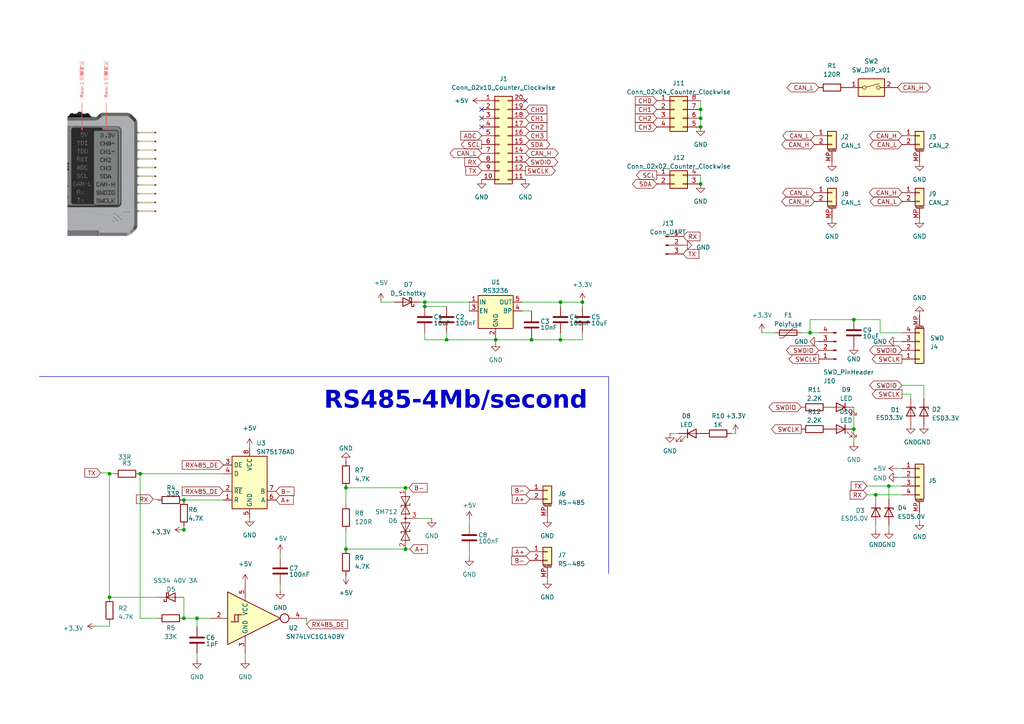
<source format=kicad_sch>
(kicad_sch (version 20230121) (generator eeschema)
  (paper "A4")
  (lib_symbols
    (symbol "74xGxx:SN74LVC1G14DBV"
      (property "Reference" "U" (at -5.08 10.16 0))
      (property "Value" "SN74LVC1G14DBV" (at 20.32 10.16 0))
      (symbol "SN74LVC1G14DBV_0_1"
        (polyline (pts (xy -2.032 1.016) (xy -1.016 1.016)) (stroke (width 0.254)) (fill (type background)))
        (polyline (pts (xy -5.08 7.62) (xy -5.08 -7.62) (xy 10.16 0) (xy -5.08 7.62)) (stroke (width 0.254)) (fill (type background)))
        (polyline (pts (xy -3.048 -1.016) (xy -3.048 1.016) (xy -2.032 1.016) (xy -2.032 -1.016) (xy -4.064 -1.016)) (stroke (width 0.254)) (fill (type background)))
        (circle (center 11.43 0) (radius 1.27) (stroke (width 0.254)))
      )
      (symbol "SN74LVC1G14DBV_1_1"
        (pin no_connect line (at 10.16 0 180) (length 5.08) hide (name "NC") (number "1"))
        (pin input line (at -10.16 0 0) (length 5.08) (name "~") (number "2"))
        (pin power_in line (at 0 -10.16 90) (length 5.08) (name "GND") (number "3"))
        (pin output line (at 17.78 0 180) (length 5.08) (name "~") (number "4"))
        (pin power_in line (at 0 10.16 270) (length 5.08) (name "VCC") (number "5"))
      )
    )
    (symbol "Connector:Conn_01x03_Pin" (pin_names (offset 1.016) hide)
      (property "Reference" "J" (at 0 5.08 0))
      (property "Value" "Conn_01x03_Pin" (at 0 -5.08 0))
      (symbol "Conn_01x03_Pin_1_1"
        (polyline (pts (xy 1.27 -2.54) (xy 0.8636 -2.54)) (stroke (width 0.1524)))
        (polyline (pts (xy 1.27 0) (xy 0.8636 0)) (stroke (width 0.1524)))
        (polyline (pts (xy 1.27 2.54) (xy 0.8636 2.54)) (stroke (width 0.1524)))
        (rectangle (start 0.8636 -2.413) (end 0 -2.667) (stroke (width 0.1524)) (fill (type outline)))
        (rectangle (start 0.8636 0.127) (end 0 -0.127) (stroke (width 0.1524)) (fill (type outline)))
        (rectangle (start 0.8636 2.667) (end 0 2.413) (stroke (width 0.1524)) (fill (type outline)))
        (pin passive line (at 5.08 2.54 180) (length 3.81) (name "Pin_1") (number "1"))
        (pin passive line (at 5.08 0 180) (length 3.81) (name "Pin_2") (number "2"))
        (pin passive line (at 5.08 -2.54 180) (length 3.81) (name "Pin_3") (number "3"))
      )
    )
    (symbol "Connector:Conn_01x04_Pin" (pin_names (offset 1.016) hide)
      (property "Reference" "J" (at 0 5.08 0))
      (property "Value" "Conn_01x04_Pin" (at 0 -7.62 0))
      (symbol "Conn_01x04_Pin_1_1"
        (polyline (pts (xy 1.27 -5.08) (xy 0.8636 -5.08)) (stroke (width 0.1524)))
        (polyline (pts (xy 1.27 -2.54) (xy 0.8636 -2.54)) (stroke (width 0.1524)))
        (polyline (pts (xy 1.27 0) (xy 0.8636 0)) (stroke (width 0.1524)))
        (polyline (pts (xy 1.27 2.54) (xy 0.8636 2.54)) (stroke (width 0.1524)))
        (rectangle (start 0.8636 -4.953) (end 0 -5.207) (stroke (width 0.1524)) (fill (type outline)))
        (rectangle (start 0.8636 -2.413) (end 0 -2.667) (stroke (width 0.1524)) (fill (type outline)))
        (rectangle (start 0.8636 0.127) (end 0 -0.127) (stroke (width 0.1524)) (fill (type outline)))
        (rectangle (start 0.8636 2.667) (end 0 2.413) (stroke (width 0.1524)) (fill (type outline)))
        (pin passive line (at 5.08 2.54 180) (length 3.81) (name "Pin_1") (number "1"))
        (pin passive line (at 5.08 0 180) (length 3.81) (name "Pin_2") (number "2"))
        (pin passive line (at 5.08 -2.54 180) (length 3.81) (name "Pin_3") (number "3"))
        (pin passive line (at 5.08 -5.08 180) (length 3.81) (name "Pin_4") (number "4"))
      )
    )
    (symbol "Connector_Generic:Conn_02x02_Counter_Clockwise" (pin_names (offset 1.016) hide)
      (property "Reference" "J" (at 1.27 2.54 0))
      (property "Value" "Conn_02x02_Counter_Clockwise" (at 1.27 -5.08 0))
      (symbol "Conn_02x02_Counter_Clockwise_1_1"
        (rectangle (start -1.27 -2.413) (end 0 -2.667) (stroke (width 0.1524)))
        (rectangle (start -1.27 0.127) (end 0 -0.127) (stroke (width 0.1524)))
        (rectangle (start -1.27 1.27) (end 3.81 -3.81) (stroke (width 0.254)) (fill (type background)))
        (rectangle (start 3.81 -2.413) (end 2.54 -2.667) (stroke (width 0.1524)))
        (rectangle (start 3.81 0.127) (end 2.54 -0.127) (stroke (width 0.1524)))
        (pin passive line (at -5.08 0 0) (length 3.81) (name "Pin_1") (number "1"))
        (pin passive line (at -5.08 -2.54 0) (length 3.81) (name "Pin_2") (number "2"))
        (pin passive line (at 7.62 -2.54 180) (length 3.81) (name "Pin_3") (number "3"))
        (pin passive line (at 7.62 0 180) (length 3.81) (name "Pin_4") (number "4"))
      )
    )
    (symbol "Connector_Generic:Conn_02x04_Counter_Clockwise" (pin_names (offset 1.016) hide)
      (property "Reference" "J" (at 1.27 5.08 0))
      (property "Value" "Conn_02x04_Counter_Clockwise" (at 1.27 -7.62 0))
      (symbol "Conn_02x04_Counter_Clockwise_1_1"
        (rectangle (start -1.27 -4.953) (end 0 -5.207) (stroke (width 0.1524)))
        (rectangle (start -1.27 -2.413) (end 0 -2.667) (stroke (width 0.1524)))
        (rectangle (start -1.27 0.127) (end 0 -0.127) (stroke (width 0.1524)))
        (rectangle (start -1.27 2.667) (end 0 2.413) (stroke (width 0.1524)))
        (rectangle (start -1.27 3.81) (end 3.81 -6.35) (stroke (width 0.254)) (fill (type background)))
        (rectangle (start 3.81 -4.953) (end 2.54 -5.207) (stroke (width 0.1524)))
        (rectangle (start 3.81 -2.413) (end 2.54 -2.667) (stroke (width 0.1524)))
        (rectangle (start 3.81 0.127) (end 2.54 -0.127) (stroke (width 0.1524)))
        (rectangle (start 3.81 2.667) (end 2.54 2.413) (stroke (width 0.1524)))
        (pin passive line (at -5.08 2.54 0) (length 3.81) (name "Pin_1") (number "1"))
        (pin passive line (at -5.08 0 0) (length 3.81) (name "Pin_2") (number "2"))
        (pin passive line (at -5.08 -2.54 0) (length 3.81) (name "Pin_3") (number "3"))
        (pin passive line (at -5.08 -5.08 0) (length 3.81) (name "Pin_4") (number "4"))
        (pin passive line (at 7.62 -5.08 180) (length 3.81) (name "Pin_5") (number "5"))
        (pin passive line (at 7.62 -2.54 180) (length 3.81) (name "Pin_6") (number "6"))
        (pin passive line (at 7.62 0 180) (length 3.81) (name "Pin_7") (number "7"))
        (pin passive line (at 7.62 2.54 180) (length 3.81) (name "Pin_8") (number "8"))
      )
    )
    (symbol "Connector_Generic:Conn_02x10_Counter_Clockwise" (pin_names (offset 1.016) hide)
      (property "Reference" "J" (at 1.27 12.7 0))
      (property "Value" "Conn_02x10_Counter_Clockwise" (at 1.27 -15.24 0))
      (symbol "Conn_02x10_Counter_Clockwise_1_1"
        (rectangle (start -1.27 -12.573) (end 0 -12.827) (stroke (width 0.1524)))
        (rectangle (start -1.27 -10.033) (end 0 -10.287) (stroke (width 0.1524)))
        (rectangle (start -1.27 -7.493) (end 0 -7.747) (stroke (width 0.1524)))
        (rectangle (start -1.27 -4.953) (end 0 -5.207) (stroke (width 0.1524)))
        (rectangle (start -1.27 -2.413) (end 0 -2.667) (stroke (width 0.1524)))
        (rectangle (start -1.27 0.127) (end 0 -0.127) (stroke (width 0.1524)))
        (rectangle (start -1.27 2.667) (end 0 2.413) (stroke (width 0.1524)))
        (rectangle (start -1.27 5.207) (end 0 4.953) (stroke (width 0.1524)))
        (rectangle (start -1.27 7.747) (end 0 7.493) (stroke (width 0.1524)))
        (rectangle (start -1.27 10.287) (end 0 10.033) (stroke (width 0.1524)))
        (rectangle (start -1.27 11.43) (end 3.81 -13.97) (stroke (width 0.254)) (fill (type background)))
        (rectangle (start 3.81 -12.573) (end 2.54 -12.827) (stroke (width 0.1524)))
        (rectangle (start 3.81 -10.033) (end 2.54 -10.287) (stroke (width 0.1524)))
        (rectangle (start 3.81 -7.493) (end 2.54 -7.747) (stroke (width 0.1524)))
        (rectangle (start 3.81 -4.953) (end 2.54 -5.207) (stroke (width 0.1524)))
        (rectangle (start 3.81 -2.413) (end 2.54 -2.667) (stroke (width 0.1524)))
        (rectangle (start 3.81 0.127) (end 2.54 -0.127) (stroke (width 0.1524)))
        (rectangle (start 3.81 2.667) (end 2.54 2.413) (stroke (width 0.1524)))
        (rectangle (start 3.81 5.207) (end 2.54 4.953) (stroke (width 0.1524)))
        (rectangle (start 3.81 7.747) (end 2.54 7.493) (stroke (width 0.1524)))
        (rectangle (start 3.81 10.287) (end 2.54 10.033) (stroke (width 0.1524)))
        (pin passive line (at -5.08 10.16 0) (length 3.81) (name "Pin_1") (number "1"))
        (pin passive line (at -5.08 -12.7 0) (length 3.81) (name "Pin_10") (number "10"))
        (pin passive line (at 7.62 -12.7 180) (length 3.81) (name "Pin_11") (number "11"))
        (pin passive line (at 7.62 -10.16 180) (length 3.81) (name "Pin_12") (number "12"))
        (pin passive line (at 7.62 -7.62 180) (length 3.81) (name "Pin_13") (number "13"))
        (pin passive line (at 7.62 -5.08 180) (length 3.81) (name "Pin_14") (number "14"))
        (pin passive line (at 7.62 -2.54 180) (length 3.81) (name "Pin_15") (number "15"))
        (pin passive line (at 7.62 0 180) (length 3.81) (name "Pin_16") (number "16"))
        (pin passive line (at 7.62 2.54 180) (length 3.81) (name "Pin_17") (number "17"))
        (pin passive line (at 7.62 5.08 180) (length 3.81) (name "Pin_18") (number "18"))
        (pin passive line (at 7.62 7.62 180) (length 3.81) (name "Pin_19") (number "19"))
        (pin passive line (at -5.08 7.62 0) (length 3.81) (name "Pin_2") (number "2"))
        (pin passive line (at 7.62 10.16 180) (length 3.81) (name "Pin_20") (number "20"))
        (pin passive line (at -5.08 5.08 0) (length 3.81) (name "Pin_3") (number "3"))
        (pin passive line (at -5.08 2.54 0) (length 3.81) (name "Pin_4") (number "4"))
        (pin passive line (at -5.08 0 0) (length 3.81) (name "Pin_5") (number "5"))
        (pin passive line (at -5.08 -2.54 0) (length 3.81) (name "Pin_6") (number "6"))
        (pin passive line (at -5.08 -5.08 0) (length 3.81) (name "Pin_7") (number "7"))
        (pin passive line (at -5.08 -7.62 0) (length 3.81) (name "Pin_8") (number "8"))
        (pin passive line (at -5.08 -10.16 0) (length 3.81) (name "Pin_9") (number "9"))
      )
    )
    (symbol "Connector_Generic_MountingPin:Conn_01x02_MountingPin" (pin_names (offset 1.016) hide)
      (property "Reference" "J" (at 0 2.54 0))
      (property "Value" "Conn_01x02_MountingPin" (at 1.27 -5.08 0))
      (symbol "Conn_01x02_MountingPin_1_1"
        (rectangle (start -1.27 -2.413) (end 0 -2.667) (stroke (width 0.1524)))
        (rectangle (start -1.27 0.127) (end 0 -0.127) (stroke (width 0.1524)))
        (rectangle (start -1.27 1.27) (end 1.27 -3.81) (stroke (width 0.254)) (fill (type background)))
        (polyline (pts (xy -1.016 -4.572) (xy 1.016 -4.572)) (stroke (width 0.1524)))
        (text "Mounting" (at 0 -4.191 0) (effects (font (size 0.381 0.381))))
        (pin passive line (at -5.08 0 0) (length 3.81) (name "Pin_1") (number "1"))
        (pin passive line (at -5.08 -2.54 0) (length 3.81) (name "Pin_2") (number "2"))
        (pin passive line (at 0 -7.62 90) (length 3.048) (name "MountPin") (number "MP"))
      )
    )
    (symbol "Connector_Generic_MountingPin:Conn_01x04_MountingPin" (pin_names (offset 1.016) hide)
      (property "Reference" "J" (at 0 5.08 0))
      (property "Value" "Conn_01x04_MountingPin" (at 1.27 -7.62 0))
      (symbol "Conn_01x04_MountingPin_1_1"
        (rectangle (start -1.27 -4.953) (end 0 -5.207) (stroke (width 0.1524)))
        (rectangle (start -1.27 -2.413) (end 0 -2.667) (stroke (width 0.1524)))
        (rectangle (start -1.27 0.127) (end 0 -0.127) (stroke (width 0.1524)))
        (rectangle (start -1.27 2.667) (end 0 2.413) (stroke (width 0.1524)))
        (rectangle (start -1.27 3.81) (end 1.27 -6.35) (stroke (width 0.254)) (fill (type background)))
        (polyline (pts (xy -1.016 -7.112) (xy 1.016 -7.112)) (stroke (width 0.1524)))
        (text "Mounting" (at 0 -6.731 0) (effects (font (size 0.381 0.381))))
        (pin passive line (at -5.08 2.54 0) (length 3.81) (name "Pin_1") (number "1"))
        (pin passive line (at -5.08 0 0) (length 3.81) (name "Pin_2") (number "2"))
        (pin passive line (at -5.08 -2.54 0) (length 3.81) (name "Pin_3") (number "3"))
        (pin passive line (at -5.08 -5.08 0) (length 3.81) (name "Pin_4") (number "4"))
        (pin passive line (at 0 -10.16 90) (length 3.048) (name "MountPin") (number "MP"))
      )
    )
    (symbol "Device:C" (pin_numbers hide) (pin_names (offset 0.254))
      (property "Reference" "C" (at 0.635 2.54 0))
      (property "Value" "C" (at 0.635 -2.54 0))
      (symbol "C_0_1"
        (polyline (pts (xy -2.032 -0.762) (xy 2.032 -0.762)) (stroke (width 0.508)))
        (polyline (pts (xy -2.032 0.762) (xy 2.032 0.762)) (stroke (width 0.508)))
      )
      (symbol "C_1_1"
        (pin passive line (at 0 3.81 270) (length 2.794) (name "~") (number "1"))
        (pin passive line (at 0 -3.81 90) (length 2.794) (name "~") (number "2"))
      )
    )
    (symbol "Device:D_Schottky" (pin_numbers hide) (pin_names (offset 1.016) hide)
      (property "Reference" "D" (at 0 2.54 0))
      (property "Value" "D_Schottky" (at 0 -2.54 0))
      (symbol "D_Schottky_0_1"
        (polyline (pts (xy 1.27 0) (xy -1.27 0)))
        (polyline (pts (xy 1.27 1.27) (xy 1.27 -1.27) (xy -1.27 0) (xy 1.27 1.27)) (stroke (width 0.254)))
        (polyline (pts (xy -1.905 0.635) (xy -1.905 1.27) (xy -1.27 1.27) (xy -1.27 -1.27) (xy -0.635 -1.27) (xy -0.635 -0.635)) (stroke (width 0.254)))
      )
      (symbol "D_Schottky_1_1"
        (pin passive line (at -3.81 0 0) (length 2.54) (name "K") (number "1"))
        (pin passive line (at 3.81 0 180) (length 2.54) (name "A") (number "2"))
      )
    )
    (symbol "Device:LED" (pin_numbers hide) (pin_names (offset 1.016) hide)
      (property "Reference" "D" (at 0 2.54 0))
      (property "Value" "LED" (at 0 -2.54 0))
      (symbol "LED_0_1"
        (polyline (pts (xy -1.27 -1.27) (xy -1.27 1.27)) (stroke (width 0.254)))
        (polyline (pts (xy -1.27 0) (xy 1.27 0)))
        (polyline (pts (xy 1.27 -1.27) (xy 1.27 1.27) (xy -1.27 0) (xy 1.27 -1.27)) (stroke (width 0.254)))
        (polyline (pts (xy -3.048 -0.762) (xy -4.572 -2.286) (xy -3.81 -2.286) (xy -4.572 -2.286) (xy -4.572 -1.524)))
        (polyline (pts (xy -1.778 -0.762) (xy -3.302 -2.286) (xy -2.54 -2.286) (xy -3.302 -2.286) (xy -3.302 -1.524)))
      )
      (symbol "LED_1_1"
        (pin passive line (at -3.81 0 0) (length 2.54) (name "K") (number "1"))
        (pin passive line (at 3.81 0 180) (length 2.54) (name "A") (number "2"))
      )
    )
    (symbol "Device:Polyfuse" (pin_numbers hide) (pin_names (offset 0))
      (property "Reference" "F" (at -2.54 0 90))
      (property "Value" "Polyfuse" (at 2.54 0 90))
      (symbol "Polyfuse_0_1"
        (rectangle (start -0.762 2.54) (end 0.762 -2.54) (stroke (width 0.254)))
        (polyline (pts (xy 0 2.54) (xy 0 -2.54)))
        (polyline (pts (xy -1.524 2.54) (xy -1.524 1.524) (xy 1.524 -1.524) (xy 1.524 -2.54)))
      )
      (symbol "Polyfuse_1_1"
        (pin passive line (at 0 3.81 270) (length 1.27) (name "~") (number "1"))
        (pin passive line (at 0 -3.81 90) (length 1.27) (name "~") (number "2"))
      )
    )
    (symbol "Device:R" (pin_numbers hide) (pin_names (offset 0))
      (property "Reference" "R" (at 2.032 0 90))
      (property "Value" "R" (at 0 0 90))
      (symbol "R_0_1"
        (rectangle (start -1.016 -2.54) (end 1.016 2.54) (stroke (width 0.254)))
      )
      (symbol "R_1_1"
        (pin passive line (at 0 3.81 270) (length 1.27) (name "~") (number "1"))
        (pin passive line (at 0 -3.81 90) (length 1.27) (name "~") (number "2"))
      )
    )
    (symbol "Diode:ESD5Zxx" (pin_numbers hide) (pin_names hide)
      (property "Reference" "D" (at 0 2.54 0))
      (property "Value" "ESD5Zxx" (at 0 -2.54 0))
      (symbol "ESD5Zxx_0_1"
        (polyline (pts (xy 1.27 0) (xy -1.27 0)))
        (polyline (pts (xy -1.27 -1.27) (xy -1.27 1.27) (xy -0.762 1.27)) (stroke (width 0.254)))
        (polyline (pts (xy 1.27 -1.27) (xy 1.27 1.27) (xy -1.27 0) (xy 1.27 -1.27)) (stroke (width 0.254)))
      )
      (symbol "ESD5Zxx_1_1"
        (pin passive line (at -3.81 0 0) (length 2.54) (name "K") (number "1"))
        (pin passive line (at 3.81 0 180) (length 2.54) (name "A") (number "2"))
      )
    )
    (symbol "Diode:SM712_SOT23" (pin_names (offset 1.016) hide)
      (property "Reference" "D" (at 0 4.445 0))
      (property "Value" "SM712_SOT23" (at 0 2.54 0))
      (symbol "SM712_SOT23_0_0"
        (polyline (pts (xy 0 -1.27) (xy 0 0)))
      )
      (symbol "SM712_SOT23_0_1"
        (polyline (pts (xy -6.35 0) (xy 6.35 0)))
        (polyline (pts (xy -3.302 1.27) (xy -3.81 1.27) (xy -3.81 -1.27) (xy -4.318 -1.27)) (stroke (width 0.2032)))
        (polyline (pts (xy 4.318 1.27) (xy 3.81 1.27) (xy 3.81 -1.27) (xy 3.302 -1.27)) (stroke (width 0.2032)))
        (polyline (pts (xy -6.35 -1.27) (xy -1.27 1.27) (xy -1.27 -1.27) (xy -6.35 1.27) (xy -6.35 -1.27)) (stroke (width 0.2032)))
        (polyline (pts (xy 1.27 -1.27) (xy 1.27 1.27) (xy 6.35 -1.27) (xy 6.35 1.27) (xy 1.27 -1.27)) (stroke (width 0.2032)))
        (circle (center 0 0) (radius 0.254) (fill (type outline)))
      )
      (symbol "SM712_SOT23_1_1"
        (pin passive line (at -8.89 0 0) (length 2.54) (name "A1") (number "1"))
        (pin passive line (at 8.89 0 180) (length 2.54) (name "A2") (number "2"))
        (pin input line (at 0 -3.81 90) (length 2.54) (name "common") (number "3"))
      )
    )
    (symbol "Interface_UART:SN75176AD"
      (property "Reference" "U" (at -4.318 8.89 0))
      (property "Value" "SN75176AD" (at 1.016 8.89 0))
      (symbol "SN75176AD_0_1"
        (rectangle (start -5.08 7.62) (end 5.08 -7.62) (stroke (width 0.254)) (fill (type background)))
      )
      (symbol "SN75176AD_1_1"
        (pin output line (at -7.62 -5.08 0) (length 2.54) (name "R") (number "1"))
        (pin input line (at -7.62 -2.54 0) (length 2.54) (name "~{RE}") (number "2"))
        (pin input line (at -7.62 5.08 0) (length 2.54) (name "DE") (number "3"))
        (pin input line (at -7.62 2.54 0) (length 2.54) (name "D") (number "4"))
        (pin power_in line (at 0 -10.16 90) (length 2.54) (name "GND") (number "5"))
        (pin bidirectional line (at 7.62 -5.08 180) (length 2.54) (name "A") (number "6"))
        (pin bidirectional line (at 7.62 -2.54 180) (length 2.54) (name "B") (number "7"))
        (pin power_in line (at 0 10.16 270) (length 2.54) (name "VCC") (number "8"))
      )
    )
    (symbol "Regulator_Linear:LDK130-12_SOT23_SOT353" (pin_names (offset 0.254))
      (property "Reference" "U" (at -3.81 5.715 0))
      (property "Value" "LDK130-12_SOT23_SOT353" (at 0 5.715 0))
      (symbol "LDK130-12_SOT23_SOT353_0_1"
        (rectangle (start -5.08 4.445) (end 5.08 -5.08) (stroke (width 0.254)) (fill (type background)))
      )
      (symbol "LDK130-12_SOT23_SOT353_1_1"
        (pin power_in line (at -7.62 2.54 0) (length 2.54) (name "IN") (number "1"))
        (pin power_in line (at 0 -7.62 90) (length 2.54) (name "GND") (number "2"))
        (pin input line (at -7.62 0 0) (length 2.54) (name "EN") (number "3"))
        (pin passive line (at 7.62 0 180) (length 2.54) (name "BP") (number "4"))
        (pin power_out line (at 7.62 2.54 180) (length 2.54) (name "OUT") (number "5"))
      )
    )
    (symbol "Switch:SW_DIP_x01" (pin_names (offset 0) hide)
      (property "Reference" "SW" (at 0 3.81 0))
      (property "Value" "SW_DIP_x01" (at 0 -3.81 0))
      (symbol "SW_DIP_x01_0_0"
        (circle (center -2.032 0) (radius 0.508))
        (polyline (pts (xy -1.524 0.127) (xy 2.3622 1.1684)))
        (circle (center 2.032 0) (radius 0.508))
      )
      (symbol "SW_DIP_x01_0_1"
        (rectangle (start -3.81 2.54) (end 3.81 -2.54) (stroke (width 0.254)) (fill (type background)))
      )
      (symbol "SW_DIP_x01_1_1"
        (pin passive line (at -7.62 0 0) (length 5.08) (name "~") (number "1"))
        (pin passive line (at 7.62 0 180) (length 5.08) (name "~") (number "2"))
      )
    )
    (symbol "power:+3.3V" (power) (pin_names (offset 0))
      (property "Value" "+3.3V" (at 0 3.556 0))
      (symbol "+3.3V_0_1"
        (polyline (pts (xy -0.762 1.27) (xy 0 2.54)))
        (polyline (pts (xy 0 0) (xy 0 2.54)))
        (polyline (pts (xy 0 2.54) (xy 0.762 1.27)))
      )
      (symbol "+3.3V_1_1"
        (pin power_in line (at 0 0 90) (length 0) hide (name "+3.3V") (number "1"))
      )
    )
    (symbol "power:+5V" (power) (pin_names (offset 0))
      (property "Value" "+5V" (at 0 3.556 0))
      (symbol "+5V_0_1"
        (polyline (pts (xy -0.762 1.27) (xy 0 2.54)))
        (polyline (pts (xy 0 0) (xy 0 2.54)))
        (polyline (pts (xy 0 2.54) (xy 0.762 1.27)))
      )
      (symbol "+5V_1_1"
        (pin power_in line (at 0 0 90) (length 0) hide (name "+5V") (number "1"))
      )
    )
    (symbol "power:GND" (power) (pin_names (offset 0))
      (property "Value" "GND" (at 0 -3.81 0))
      (symbol "GND_0_1"
        (polyline (pts (xy 0 0) (xy 0 -1.27) (xy 1.27 -1.27) (xy 0 -2.54) (xy -1.27 -1.27) (xy 0 -1.27)))
      )
      (symbol "GND_1_1"
        (pin power_in line (at 0 0 270) (length 0) hide (name "GND") (number "1"))
      )
    )
  )
  (junction (at 254 143.51))
  (junction (at 162.56 98.552))
  (junction (at 117.602 159.258))
  (junction (at 168.91 87.63))
  (junction (at 117.602 141.478))
  (junction (at 57.15 179.324))
  (junction (at 53.34 145.034))
  (junction (at 203.2 36.83))
  (junction (at 53.34 179.324))
  (junction (at 129.54 98.552))
  (junction (at 234.95 96.52))
  (junction (at 123.19 87.63))
  (junction (at 203.2 53.34))
  (junction (at 40.64 137.414))
  (junction (at 123.19 88.9))
  (junction (at 257.81 140.97))
  (junction (at 143.764 98.552))
  (junction (at 162.56 87.63))
  (junction (at 154.178 98.552))
  (junction (at 31.75 173.228))
  (junction (at 100.33 141.478))
  (junction (at 247.65 124.46))
  (junction (at 53.34 153.67))
  (junction (at 100.33 159.258))
  (junction (at 247.65 92.71))
  (junction (at 203.2 34.29))
  (junction (at 31.75 137.414))
  (junction (at 203.2 31.75))
  (no_connect (at 152.4 29.21))
  (no_connect (at 139.7 34.29))
  (no_connect (at 139.7 31.75))
  (no_connect (at 139.7 36.83))
  (wire (pts (xy 100.33 141.478) (xy 117.602 141.478)))
  (wire (pts (xy 264.16 115.57) (xy 264.16 114.3)))
  (wire (pts (xy 203.2 29.21) (xy 203.2 31.75)))
  (wire (pts (xy 251.46 143.51) (xy 254 143.51)))
  (wire (pts (xy 260.35 99.06) (xy 261.62 99.06)))
  (wire (pts (xy 136.144 159.766) (xy 136.144 161.544)))
  (wire (pts (xy 266.7 148.59) (xy 266.7 151.13)))
  (wire (pts (xy 31.75 181.61) (xy 31.75 180.848)))
  (wire (pts (xy 257.81 144.78) (xy 257.81 140.97)))
  (wire (pts (xy 40.64 137.414) (xy 40.64 179.324)))
  (wire (pts (xy 57.15 189.484) (xy 57.15 191.262)))
  (wire (pts (xy 154.178 98.552) (xy 162.56 98.552)))
  (wire (pts (xy 123.19 88.9) (xy 129.54 88.9)))
  (wire (pts (xy 247.65 118.11) (xy 247.65 124.46)))
  (wire (pts (xy 31.75 173.228) (xy 45.72 173.228)))
  (polyline (pts (xy 176.53 166.37) (xy 176.53 109.22)))
  (wire (pts (xy 31.75 137.414) (xy 31.75 173.228)))
  (wire (pts (xy 267.97 111.76) (xy 267.97 115.57)))
  (wire (pts (xy 81.28 169.418) (xy 81.28 171.196)))
  (wire (pts (xy 264.16 114.3) (xy 261.62 114.3)))
  (wire (pts (xy 168.91 87.63) (xy 168.91 88.9)))
  (wire (pts (xy 57.15 179.324) (xy 60.96 179.324)))
  (wire (pts (xy 45.72 144.78) (xy 45.72 145.034)))
  (wire (pts (xy 247.65 124.46) (xy 247.65 128.27)))
  (wire (pts (xy 136.144 87.63) (xy 136.144 90.17)))
  (wire (pts (xy 121.412 150.368) (xy 125.222 150.368)))
  (wire (pts (xy 162.56 98.552) (xy 168.91 98.552)))
  (wire (pts (xy 143.764 98.552) (xy 143.764 99.314)))
  (wire (pts (xy 53.34 145.034) (xy 64.77 145.034)))
  (wire (pts (xy 40.64 137.414) (xy 64.77 137.414)))
  (wire (pts (xy 88.9 179.324) (xy 88.9 181.102)))
  (wire (pts (xy 194.31 125.73) (xy 196.85 125.73)))
  (wire (pts (xy 81.28 160.528) (xy 81.28 161.798)))
  (wire (pts (xy 129.54 98.552) (xy 143.764 98.552)))
  (wire (pts (xy 31.75 137.414) (xy 33.02 137.414)))
  (wire (pts (xy 254 153.67) (xy 254 152.4)))
  (wire (pts (xy 162.56 96.52) (xy 162.56 98.552)))
  (wire (pts (xy 123.19 98.552) (xy 129.54 98.552)))
  (wire (pts (xy 212.09 125.73) (xy 213.36 125.73)))
  (wire (pts (xy 27.94 181.61) (xy 31.75 181.61)))
  (wire (pts (xy 254 144.78) (xy 254 143.51)))
  (wire (pts (xy 151.384 90.17) (xy 154.178 90.17)))
  (wire (pts (xy 255.27 92.71) (xy 255.27 96.52)))
  (wire (pts (xy 53.34 173.228) (xy 53.34 179.324)))
  (wire (pts (xy 203.2 34.29) (xy 203.2 36.83)))
  (wire (pts (xy 110.49 87.63) (xy 114.3 87.63)))
  (wire (pts (xy 234.95 96.52) (xy 237.49 96.52)))
  (wire (pts (xy 129.54 96.52) (xy 129.54 98.552)))
  (wire (pts (xy 71.12 189.484) (xy 71.12 191.262)))
  (wire (pts (xy 53.34 153.924) (xy 53.34 153.67)))
  (wire (pts (xy 154.178 90.17) (xy 154.178 90.424)))
  (wire (pts (xy 117.602 159.258) (xy 118.872 159.258)))
  (wire (pts (xy 257.81 153.67) (xy 257.81 152.4)))
  (wire (pts (xy 261.62 135.89) (xy 260.35 135.89)))
  (wire (pts (xy 100.33 141.478) (xy 100.33 146.304)))
  (wire (pts (xy 136.144 150.876) (xy 136.144 152.146)))
  (wire (pts (xy 261.62 138.43) (xy 260.35 138.43)))
  (wire (pts (xy 254 143.51) (xy 261.62 143.51)))
  (wire (pts (xy 143.764 98.552) (xy 154.178 98.552)))
  (wire (pts (xy 257.81 140.97) (xy 261.62 140.97)))
  (wire (pts (xy 100.33 153.924) (xy 100.33 159.258)))
  (wire (pts (xy 31.75 137.16) (xy 31.75 137.414)))
  (wire (pts (xy 234.95 92.71) (xy 234.95 96.52)))
  (wire (pts (xy 261.62 111.76) (xy 267.97 111.76)))
  (wire (pts (xy 100.33 159.258) (xy 117.602 159.258)))
  (wire (pts (xy 123.19 87.63) (xy 123.19 88.9)))
  (wire (pts (xy 247.65 92.71) (xy 234.95 92.71)))
  (wire (pts (xy 57.15 181.864) (xy 57.15 179.324)))
  (wire (pts (xy 203.2 31.75) (xy 203.2 34.29)))
  (wire (pts (xy 53.34 179.324) (xy 57.15 179.324)))
  (wire (pts (xy 151.384 87.63) (xy 162.56 87.63)))
  (wire (pts (xy 123.19 87.63) (xy 136.144 87.63)))
  (polyline (pts (xy 11.43 109.22) (xy 176.53 109.22)))
  (wire (pts (xy 162.56 87.63) (xy 168.91 87.63)))
  (wire (pts (xy 44.45 144.78) (xy 45.72 144.78)))
  (wire (pts (xy 158.75 149.86) (xy 158.75 150.368)))
  (wire (pts (xy 143.764 98.552) (xy 143.764 97.79)))
  (wire (pts (xy 117.602 141.478) (xy 118.618 141.478)))
  (wire (pts (xy 232.41 96.52) (xy 234.95 96.52)))
  (wire (pts (xy 121.92 87.63) (xy 123.19 87.63)))
  (wire (pts (xy 251.46 140.97) (xy 257.81 140.97)))
  (wire (pts (xy 154.178 98.552) (xy 154.178 98.044)))
  (wire (pts (xy 168.91 96.52) (xy 168.91 98.552)))
  (wire (pts (xy 123.19 96.52) (xy 123.19 98.552)))
  (wire (pts (xy 247.65 92.71) (xy 255.27 92.71)))
  (wire (pts (xy 255.27 96.52) (xy 261.62 96.52)))
  (wire (pts (xy 40.64 179.324) (xy 45.72 179.324)))
  (wire (pts (xy 158.75 167.64) (xy 158.75 168.148)))
  (wire (pts (xy 53.34 153.67) (xy 53.34 152.654)))
  (wire (pts (xy 203.2 50.8) (xy 203.2 53.34)))
  (wire (pts (xy 220.98 96.52) (xy 224.79 96.52)))
  (wire (pts (xy 29.21 137.16) (xy 31.75 137.16)))
  (wire (pts (xy 162.56 87.63) (xy 162.56 88.9)))
  (image (at 31.75 46.99) (scale 0.769356))
  (text "RS485-4Mb/second" (at 93.98 120.65 0) (effects (font (size 5.08 5.08) (thickness 0.254) bold) (justify left bottom)))
  (global_label "RX485_DE" (shape input) (at 88.9 181.102 0) (property "Intersheetrefs" "${INTERSHEET_REFS}" (effects hide)))
  (global_label "RX" (shape input) (at 198.12 68.58 0) (property "Intersheetrefs" "${INTERSHEET_REFS}" (effects hide)))
  (global_label "TX" (shape input) (at 139.7 49.53 180) (property "Intersheetrefs" "${INTERSHEET_REFS}" (effects hide)))
  (global_label "SCL" (shape output) (at 139.7 41.91 180) (property "Intersheetrefs" "${INTERSHEET_REFS}" (effects hide)))
  (global_label "CAN_L" (shape bidirectional) (at 261.62 41.91 180) (property "Intersheetrefs" "${INTERSHEET_REFS}" (effects hide)))
  (global_label "CAN_L" (shape bidirectional) (at 139.7 44.45 180) (property "Intersheetrefs" "${INTERSHEET_REFS}" (effects hide)))
  (global_label "TX" (shape input) (at 29.21 137.16 180) (property "Intersheetrefs" "${INTERSHEET_REFS}" (effects hide)))
  (global_label "CAN_H" (shape bidirectional) (at 236.22 58.42 180) (property "Intersheetrefs" "${INTERSHEET_REFS}" (effects hide)))
  (global_label "CAN_L" (shape bidirectional) (at 236.22 39.37 180) (property "Intersheetrefs" "${INTERSHEET_REFS}" (effects hide)))
  (global_label "A+" (shape input) (at 153.67 160.02 180) (property "Intersheetrefs" "${INTERSHEET_REFS}" (effects hide)))
  (global_label "CH0" (shape input) (at 190.5 29.21 180) (property "Intersheetrefs" "${INTERSHEET_REFS}" (effects hide)))
  (global_label "CAN_L" (shape bidirectional) (at 261.62 58.42 180) (property "Intersheetrefs" "${INTERSHEET_REFS}" (effects hide)))
  (global_label "RX" (shape input) (at 251.46 143.51 180) (property "Intersheetrefs" "${INTERSHEET_REFS}" (effects hide)))
  (global_label "CAN_H" (shape bidirectional) (at 260.35 25.4 0) (property "Intersheetrefs" "${INTERSHEET_REFS}" (effects hide)))
  (global_label "CAN_H" (shape bidirectional) (at 152.4 44.45 0) (property "Intersheetrefs" "${INTERSHEET_REFS}" (effects hide)))
  (global_label "CAN_L" (shape bidirectional) (at 237.49 25.4 180) (property "Intersheetrefs" "${INTERSHEET_REFS}" (effects hide)))
  (global_label "TX" (shape input) (at 251.46 140.97 180) (property "Intersheetrefs" "${INTERSHEET_REFS}" (effects hide)))
  (global_label "RX" (shape input) (at 139.7 46.99 180) (property "Intersheetrefs" "${INTERSHEET_REFS}" (effects hide)))
  (global_label "SWCLK" (shape output) (at 261.62 104.14 180) (property "Intersheetrefs" "${INTERSHEET_REFS}" (effects hide)))
  (global_label "RX485_DE" (shape input) (at 64.77 142.494 180) (property "Intersheetrefs" "${INTERSHEET_REFS}" (effects hide)))
  (global_label "CH1" (shape input) (at 152.4 34.29 0) (property "Intersheetrefs" "${INTERSHEET_REFS}" (effects hide)))
  (global_label "CH3" (shape input) (at 190.5 36.83 180) (property "Intersheetrefs" "${INTERSHEET_REFS}" (effects hide)))
  (global_label "A+" (shape input) (at 153.67 144.78 180) (property "Intersheetrefs" "${INTERSHEET_REFS}" (effects hide)))
  (global_label "CH1" (shape input) (at 190.5 31.75 180) (property "Intersheetrefs" "${INTERSHEET_REFS}" (effects hide)))
  (global_label "B-" (shape input) (at 118.618 141.478 0) (property "Intersheetrefs" "${INTERSHEET_REFS}" (effects hide)))
  (global_label "CAN_H" (shape bidirectional) (at 261.62 55.88 180) (property "Intersheetrefs" "${INTERSHEET_REFS}" (effects hide)))
  (global_label "SDA" (shape bidirectional) (at 152.4 41.91 0) (property "Intersheetrefs" "${INTERSHEET_REFS}" (effects hide)))
  (global_label "CAN_L" (shape bidirectional) (at 236.22 55.88 180) (property "Intersheetrefs" "${INTERSHEET_REFS}" (effects hide)))
  (global_label "B-" (shape input) (at 80.01 142.494 0) (property "Intersheetrefs" "${INTERSHEET_REFS}" (effects hide)))
  (global_label "CH2" (shape input) (at 152.4 36.83 0) (property "Intersheetrefs" "${INTERSHEET_REFS}" (effects hide)))
  (global_label "SWCLK" (shape output) (at 237.49 104.14 180) (property "Intersheetrefs" "${INTERSHEET_REFS}" (effects hide)))
  (global_label "RX485_DE" (shape input) (at 64.77 134.874 180) (property "Intersheetrefs" "${INTERSHEET_REFS}" (effects hide)))
  (global_label "SWDIO" (shape bidirectional) (at 237.49 101.6 180) (property "Intersheetrefs" "${INTERSHEET_REFS}" (effects hide)))
  (global_label "SWDIO" (shape bidirectional) (at 261.62 101.6 180) (property "Intersheetrefs" "${INTERSHEET_REFS}" (effects hide)))
  (global_label "RX" (shape input) (at 44.45 144.78 180) (property "Intersheetrefs" "${INTERSHEET_REFS}" (effects hide)))
  (global_label "A+" (shape input) (at 118.872 159.258 0) (property "Intersheetrefs" "${INTERSHEET_REFS}" (effects hide)))
  (global_label "TX" (shape input) (at 198.12 73.66 0) (property "Intersheetrefs" "${INTERSHEET_REFS}" (effects hide)))
  (global_label "SWDIO" (shape bidirectional) (at 261.62 111.76 180) (property "Intersheetrefs" "${INTERSHEET_REFS}" (effects hide)))
  (global_label "SWCLK" (shape output) (at 261.62 114.3 180) (property "Intersheetrefs" "${INTERSHEET_REFS}" (effects hide)))
  (global_label "B-" (shape input) (at 153.67 142.24 180) (property "Intersheetrefs" "${INTERSHEET_REFS}" (effects hide)))
  (global_label "SWDIO" (shape bidirectional) (at 232.41 118.11 180) (property "Intersheetrefs" "${INTERSHEET_REFS}" (effects hide)))
  (global_label "CH3" (shape input) (at 152.4 39.37 0) (property "Intersheetrefs" "${INTERSHEET_REFS}" (effects hide)))
  (global_label "CAN_H" (shape bidirectional) (at 236.22 41.91 180) (property "Intersheetrefs" "${INTERSHEET_REFS}" (effects hide)))
  (global_label "SCL" (shape output) (at 190.5 50.8 180) (property "Intersheetrefs" "${INTERSHEET_REFS}" (effects hide)))
  (global_label "CAN_H" (shape bidirectional) (at 261.62 39.37 180) (property "Intersheetrefs" "${INTERSHEET_REFS}" (effects hide)))
  (global_label "SWCLK" (shape output) (at 232.41 124.46 180) (property "Intersheetrefs" "${INTERSHEET_REFS}" (effects hide)))
  (global_label "SWDIO" (shape bidirectional) (at 152.4 46.99 0) (property "Intersheetrefs" "${INTERSHEET_REFS}" (effects hide)))
  (global_label "A+" (shape input) (at 80.01 145.034 0) (property "Intersheetrefs" "${INTERSHEET_REFS}" (effects hide)))
  (global_label "CH2" (shape input) (at 190.5 34.29 180) (property "Intersheetrefs" "${INTERSHEET_REFS}" (effects hide)))
  (global_label "SDA" (shape bidirectional) (at 190.5 53.34 180) (property "Intersheetrefs" "${INTERSHEET_REFS}" (effects hide)))
  (global_label "SWCLK" (shape output) (at 152.4 49.53 0) (property "Intersheetrefs" "${INTERSHEET_REFS}" (effects hide)))
  (global_label "B-" (shape input) (at 153.67 162.56 180) (property "Intersheetrefs" "${INTERSHEET_REFS}" (effects hide)))
  (global_label "ADC" (shape input) (at 139.7 39.37 180) (property "Intersheetrefs" "${INTERSHEET_REFS}" (effects hide)))
  (global_label "CH0" (shape input) (at 152.4 31.75 0) (property "Intersheetrefs" "${INTERSHEET_REFS}" (effects hide)))
  (symbol (lib_id "Connector_Generic_MountingPin:Conn_01x02_MountingPin") (at 241.3 39.37 0) (unit 1)
    (property "Reference" "J2" (at 243.84 39.7256 0) (effects (justify left)))
    (property "Value" "CAN_1" (at 243.84 42.2656 0) (effects (justify left)))
    (property "Footprint" "Connector_JST:JST_GH_SM02B-GHS-TB_1x02-1MP_P1.25mm_Horizontal" (effects hide))
  )
  (symbol (lib_id "power:GND") (at 264.16 123.19 0) (unit 1)
    (property "Reference" "#PWR09" (effects hide))
    (property "Value" "GND" (at 264.16 128.27 0))
  )
  (symbol (lib_id "Device:R") (at 208.28 125.73 90) (unit 1)
    (property "Reference" "R10" (at 208.28 120.65 90))
    (property "Value" "1K" (at 208.28 123.19 90))
    (property "Footprint" "Resistor_SMD:R_0603_1608Metric" (effects hide))
  )
  (symbol (lib_id "Device:Polyfuse") (at 228.6 96.52 90) (unit 1)
    (property "Reference" "F1" (at 228.6 91.44 90))
    (property "Value" "Polyfuse" (at 228.6 93.98 90))
    (property "Footprint" "Fuse:Fuse_0805_2012Metric_Pad1.15x1.40mm_HandSolder" (effects hide))
  )
  (symbol (lib_id "Connector_Generic:Conn_02x02_Counter_Clockwise") (at 195.58 50.8 0) (unit 1)
    (property "Reference" "J12" (at 196.85 45.72 0))
    (property "Value" "Conn_02x02_Counter_Clockwise" (at 196.85 48.26 0))
    (property "Footprint" "Connector_PinHeader_2.54mm:PinHeader_2x02_P2.54mm_Horizontal" (effects hide))
  )
  (symbol (lib_id "Interface_UART:SN75176AD") (at 72.39 139.954 0) (unit 1)
    (property "Reference" "U3" (at 74.3459 128.524 0) (effects (justify left)))
    (property "Value" "SN75176AD" (at 74.3459 131.064 0) (effects (justify left)))
    (property "Footprint" "Package_SO:SOIC-8_3.9x4.9mm_P1.27mm" (effects hide))
    (property "Datasheet" "http://www.ti.com/lit/ds/symlink/sn75176a.pdf" (effects hide))
  )
  (symbol (lib_id "power:GND") (at 143.764 99.314 0) (unit 1)
    (property "Reference" "#PWR05" (effects hide))
    (property "Value" "GND" (at 143.764 104.394 0))
  )
  (symbol (lib_id "Device:R") (at 100.33 163.068 0) (unit 1)
    (property "Reference" "R9" (at 102.87 161.798 0) (effects (justify left)))
    (property "Value" "4.7K" (at 102.87 164.338 0) (effects (justify left)))
    (property "Footprint" "Resistor_SMD:R_0603_1608Metric" (effects hide))
  )
  (symbol (lib_id "Device:R") (at 241.3 25.4 90) (unit 1)
    (property "Reference" "R1" (at 241.3 19.05 90))
    (property "Value" "120R" (at 241.3 21.59 90))
    (property "Footprint" "Resistor_SMD:R_0603_1608Metric" (effects hide))
  )
  (symbol (lib_id "power:GND") (at 241.3 46.99 0) (unit 1)
    (property "Reference" "#PWR07" (effects hide))
    (property "Value" "GND" (at 241.3 52.07 0))
  )
  (symbol (lib_id "power:GND") (at 237.49 99.06 270) (unit 1)
    (property "Reference" "#PWR036" (effects hide))
    (property "Value" "GND" (at 232.41 99.06 90))
  )
  (symbol (lib_id "power:GND") (at 257.81 153.67 0) (unit 1)
    (property "Reference" "#PWR015" (effects hide))
    (property "Value" "GND" (at 255.778 157.988 0) (effects (justify left)))
  )
  (symbol (lib_id "Device:C") (at 136.144 155.956 0) (unit 1)
    (property "Reference" "C8" (at 138.684 155.194 0) (effects (justify left)))
    (property "Value" "100nF" (at 138.684 156.972 0) (effects (justify left)))
    (property "Footprint" "Capacitor_SMD:C_0603_1608Metric" (effects hide))
  )
  (symbol (lib_id "Device:D_Schottky") (at 49.53 173.228 0) (mirror x) (unit 1)
    (property "Reference" "D5" (at 48.26 170.942 0) (effects (justify left)))
    (property "Value" "SS34 40V 3A" (at 44.45 168.402 0) (effects (justify left)))
    (property "Footprint" "Diode_SMD:D_SMF" (effects hide))
  )
  (symbol (lib_id "Connector_Generic_MountingPin:Conn_01x02_MountingPin") (at 266.7 55.88 0) (unit 1)
    (property "Reference" "J9" (at 269.24 56.2356 0) (effects (justify left)))
    (property "Value" "CAN_2" (at 269.24 58.7756 0) (effects (justify left)))
    (property "Footprint" "Connector_JST:JST_GH_SM02B-GHS-TB_1x02-1MP_P1.25mm_Horizontal" (effects hide))
  )
  (symbol (lib_id "Connector_Generic:Conn_02x04_Counter_Clockwise") (at 195.58 31.75 0) (unit 1)
    (property "Reference" "J11" (at 196.85 24.13 0))
    (property "Value" "Conn_02x04_Counter_Clockwise" (at 196.85 26.67 0))
    (property "Footprint" "Connector_PinHeader_2.54mm:PinHeader_2x04_P2.54mm_Horizontal" (effects hide))
  )
  (symbol (lib_id "Connector_Generic_MountingPin:Conn_01x02_MountingPin") (at 158.75 142.24 0) (unit 1)
    (property "Reference" "J6" (at 161.798 143.2306 0) (effects (justify left)))
    (property "Value" "RS-485" (at 161.798 145.7706 0) (effects (justify left)))
    (property "Footprint" "Connector_JST:JST_GH_BM02B-GHS-TBT_1x02-1MP_P1.25mm_Vertical" (effects hide))
  )
  (symbol (lib_id "Device:C") (at 154.178 94.234 0) (unit 1)
    (property "Reference" "C3" (at 156.718 93.218 0) (effects (justify left)))
    (property "Value" "10nF" (at 156.718 94.996 0) (effects (justify left)))
    (property "Footprint" "Capacitor_SMD:C_0603_1608Metric" (effects hide))
  )
  (symbol (lib_id "power:GND") (at 57.15 191.262 0) (unit 1)
    (property "Reference" "#PWR019" (effects hide))
    (property "Value" "GND" (at 57.15 196.342 0))
  )
  (symbol (lib_id "Diode:ESD5Zxx") (at 254 148.59 270) (unit 1)
    (property "Reference" "D3" (at 248.158 148.082 90) (effects (justify left)))
    (property "Value" "ESD5.0V" (at 243.84 150.368 90) (effects (justify left)))
    (property "Footprint" "Diode_SMD:D_SOD-323_HandSoldering" (effects hide))
    (property "Datasheet" "https://www.onsemi.com/pdf/datasheet/esd5z2.5t1-d.pdf" (effects hide))
  )
  (symbol (lib_id "power:+5V") (at 71.12 169.164 0) (unit 1)
    (property "Reference" "#PWR022" (effects hide))
    (property "Value" "+5V" (at 71.12 163.576 0))
  )
  (symbol (lib_id "power:+3.3V") (at 213.36 125.73 0) (unit 1)
    (property "Reference" "#PWR041" (effects hide))
    (property "Value" "+3.3V" (at 213.36 120.65 0))
  )
  (symbol (lib_id "power:GND") (at 72.39 150.114 0) (unit 1)
    (property "Reference" "#PWR025" (effects hide))
    (property "Value" "GND" (at 72.39 155.194 0))
  )
  (symbol (lib_id "power:GND") (at 254 153.67 0) (unit 1)
    (property "Reference" "#PWR014" (effects hide))
    (property "Value" "GND" (at 251.968 157.988 0) (effects (justify left)))
  )
  (symbol (lib_id "Device:R") (at 49.53 179.324 90) (mirror x) (unit 1)
    (property "Reference" "R5" (at 49.53 182.118 90))
    (property "Value" "33K" (at 49.53 184.658 90))
    (property "Footprint" "Resistor_SMD:R_0603_1608Metric" (effects hide))
  )
  (symbol (lib_id "Device:C") (at 57.15 185.674 0) (unit 1)
    (property "Reference" "C6" (at 59.69 184.912 0) (effects (justify left)))
    (property "Value" "1pF" (at 59.69 186.69 0) (effects (justify left)))
    (property "Footprint" "Capacitor_SMD:C_0603_1608Metric" (effects hide))
  )
  (symbol (lib_id "Device:C") (at 129.54 92.71 0) (unit 1)
    (property "Reference" "C2" (at 132.08 91.948 0) (effects (justify left)))
    (property "Value" "100nF" (at 132.08 93.7259 0) (effects (justify left)))
    (property "Footprint" "Capacitor_SMD:C_0603_1608Metric" (effects hide))
  )
  (symbol (lib_id "Diode:SM712_SOT23") (at 117.602 150.368 90) (mirror x) (unit 1)
    (property "Reference" "D6" (at 115.316 151.003 90) (effects (justify left)))
    (property "Value" "SM712" (at 115.316 148.463 90) (effects (justify left)))
    (property "Footprint" "Package_TO_SOT_SMD:SOT-23" (effects hide))
    (property "Datasheet" "https://www.littelfuse.com/~/media/electronics/datasheets/tvs_diode_arrays/littelfuse_tvs_diode_array_sm712_datasheet.pdf.pdf" (effects hide))
  )
  (symbol (lib_id "power:+3.3V") (at 168.91 87.63 0) (unit 1)
    (property "Reference" "#PWR06" (effects hide))
    (property "Value" "+3.3V" (at 168.91 82.55 0))
  )
  (symbol (lib_id "Regulator_Linear:LDK130-12_SOT23_SOT353") (at 143.764 90.17 0) (unit 1)
    (property "Reference" "U1" (at 143.764 81.788 0))
    (property "Value" "RS3236" (at 143.764 84.328 0))
    (property "Footprint" "Package_TO_SOT_SMD:SOT-23-5" (effects hide))
    (property "Datasheet" "http://www.st.com/content/ccc/resource/technical/document/datasheet/29/10/f7/87/2f/66/47/f4/DM00076097.pdf/files/DM00076097.pdf/jcr:content/translations/en.DM00076097.pdf" (effects hide))
  )
  (symbol (lib_id "power:+5V") (at 72.39 129.794 0) (unit 1)
    (property "Reference" "#PWR024" (effects hide))
    (property "Value" "+5V" (at 72.39 124.206 0))
  )
  (symbol (lib_id "Connector_Generic_MountingPin:Conn_01x02_MountingPin") (at 266.7 39.37 0) (unit 1)
    (property "Reference" "J3" (at 269.24 39.7256 0) (effects (justify left)))
    (property "Value" "CAN_2" (at 269.24 42.2656 0) (effects (justify left)))
    (property "Footprint" "Connector_JST:JST_GH_SM02B-GHS-TB_1x02-1MP_P1.25mm_Horizontal" (effects hide))
  )
  (symbol (lib_id "Device:R") (at 31.75 177.038 180) (unit 1)
    (property "Reference" "R2" (at 34.29 176.403 0) (effects (justify right)))
    (property "Value" "4.7K" (at 34.29 178.943 0) (effects (justify right)))
    (property "Footprint" "Resistor_SMD:R_0603_1608Metric" (effects hide))
  )
  (symbol (lib_id "power:GND") (at 260.35 99.06 270) (unit 1)
    (property "Reference" "#PWR011" (effects hide))
    (property "Value" "GND" (at 255.27 99.06 90))
  )
  (symbol (lib_id "Diode:ESD5Zxx") (at 257.81 148.59 270) (unit 1)
    (property "Reference" "D4" (at 260.35 147.32 90) (effects (justify left)))
    (property "Value" "ESD5.0V" (at 260.35 149.86 90) (effects (justify left)))
    (property "Footprint" "Diode_SMD:D_SOD-323_HandSoldering" (effects hide))
    (property "Datasheet" "https://www.onsemi.com/pdf/datasheet/esd5z2.5t1-d.pdf" (effects hide))
  )
  (symbol (lib_id "Diode:ESD5Zxx") (at 267.97 119.38 270) (unit 1)
    (property "Reference" "D2" (at 270.256 118.745 90) (effects (justify left)))
    (property "Value" "ESD3.3V" (at 270.256 121.285 90) (effects (justify left)))
    (property "Footprint" "Diode_SMD:D_SOD-323_HandSoldering" (effects hide))
    (property "Datasheet" "https://www.onsemi.com/pdf/datasheet/esd5z2.5t1-d.pdf" (effects hide))
  )
  (symbol (lib_id "power:+5V") (at 81.28 160.528 0) (unit 1)
    (property "Reference" "#PWR020" (effects hide))
    (property "Value" "+5V" (at 81.28 156.21 0))
  )
  (symbol (lib_id "power:GND") (at 152.4 52.07 0) (unit 1)
    (property "Reference" "#PWR03" (effects hide))
    (property "Value" "GND" (at 152.4 57.15 0))
  )
  (symbol (lib_id "power:GND") (at 158.75 168.148 0) (unit 1)
    (property "Reference" "#PWR030" (effects hide))
    (property "Value" "GND" (at 158.75 173.228 0))
  )
  (symbol (lib_id "power:GND") (at 266.7 63.5 0) (unit 1)
    (property "Reference" "#PWR034" (effects hide))
    (property "Value" "GND" (at 266.7 68.58 0))
  )
  (symbol (lib_id "power:GND") (at 81.28 171.196 0) (unit 1)
    (property "Reference" "#PWR021" (effects hide))
    (property "Value" "GND" (at 81.28 176.276 0))
  )
  (symbol (lib_id "power:GND") (at 247.65 128.27 0) (unit 1)
    (property "Reference" "#PWR044" (effects hide))
    (property "Value" "GND" (at 247.65 133.35 0))
  )
  (symbol (lib_id "power:GND") (at 260.35 138.43 270) (mirror x) (unit 1)
    (property "Reference" "#PWR017" (effects hide))
    (property "Value" "GND" (at 257.302 138.684 90) (effects (justify right)))
  )
  (symbol (lib_id "power:+3.3V") (at 27.94 181.61 90) (unit 1)
    (property "Reference" "#PWR037" (effects hide))
    (property "Value" "+3.3V" (at 24.13 182.245 90) (effects (justify left)))
  )
  (symbol (lib_id "power:+5V") (at 139.7 29.21 90) (unit 1)
    (property "Reference" "#PWR01" (effects hide))
    (property "Value" "+5V" (at 135.89 29.21 90) (effects (justify left)))
  )
  (symbol (lib_id "Connector_Generic_MountingPin:Conn_01x02_MountingPin") (at 158.75 160.02 0) (unit 1)
    (property "Reference" "J7" (at 161.798 161.0106 0) (effects (justify left)))
    (property "Value" "RS-485" (at 161.798 163.5506 0) (effects (justify left)))
    (property "Footprint" "Connector_JST:JST_GH_SM02B-GHS-TB_1x02-1MP_P1.25mm_Horizontal" (effects hide))
  )
  (symbol (lib_id "Device:R") (at 236.22 118.11 270) (mirror x) (unit 1)
    (property "Reference" "R11" (at 236.22 113.03 90))
    (property "Value" "2.2K" (at 236.22 115.57 90))
    (property "Footprint" "Resistor_SMD:R_0603_1608Metric" (effects hide))
  )
  (symbol (lib_id "74xGxx:SN74LVC1G14DBV") (at 71.12 179.324 0) (unit 1)
    (property "Reference" "U2" (at 85.09 182.118 0))
    (property "Value" "SN74LVC1G14DBV" (at 91.44 184.658 0))
    (property "Footprint" "Package_TO_SOT_SMD:SOT-23-5" (effects hide))
    (property "Datasheet" "http://www.ti.com/lit/ds/symlink/sn74lvc1g14.pdf" (effects hide))
  )
  (symbol (lib_id "Device:R") (at 49.53 145.034 90) (unit 1)
    (property "Reference" "R4" (at 48.26 141.478 90) (effects (justify right)))
    (property "Value" "33R" (at 48.26 143.256 90) (effects (justify right)))
    (property "Footprint" "Resistor_SMD:R_0603_1608Metric" (effects hide))
  )
  (symbol (lib_id "Device:R") (at 100.33 137.668 0) (unit 1)
    (property "Reference" "R7" (at 102.87 136.398 0) (effects (justify left)))
    (property "Value" "4.7K" (at 102.87 138.938 0) (effects (justify left)))
    (property "Footprint" "Resistor_SMD:R_0603_1608Metric" (effects hide))
  )
  (symbol (lib_id "Connector_Generic_MountingPin:Conn_01x02_MountingPin") (at 241.3 55.88 0) (unit 1)
    (property "Reference" "J8" (at 243.84 56.2356 0) (effects (justify left)))
    (property "Value" "CAN_1" (at 243.84 58.7756 0) (effects (justify left)))
    (property "Footprint" "Connector_JST:JST_GH_SM02B-GHS-TB_1x02-1MP_P1.25mm_Horizontal" (effects hide))
  )
  (symbol (lib_id "power:+5V") (at 110.49 87.63 0) (unit 1)
    (property "Reference" "#PWR04" (effects hide))
    (property "Value" "+5V" (at 110.49 82.042 0))
  )
  (symbol (lib_id "Device:LED") (at 243.84 118.11 0) (mirror y) (unit 1)
    (property "Reference" "D9" (at 245.4275 113.03 0))
    (property "Value" "LED" (at 245.4275 115.57 0))
    (property "Footprint" "LED_SMD:LED_0603_1608Metric" (effects hide))
  )
  (symbol (lib_id "power:GND") (at 241.3 63.5 0) (unit 1)
    (property "Reference" "#PWR033" (effects hide))
    (property "Value" "GND" (at 241.3 68.58 0))
  )
  (symbol (lib_id "Connector:Conn_01x04_Pin") (at 242.57 101.6 180) (unit 1)
    (property "Reference" "J10" (at 238.76 110.49 0) (effects (justify right)))
    (property "Value" "SWD_PinHeader" (at 238.76 107.95 0) (effects (justify right)))
    (property "Footprint" "Connector_PinHeader_2.54mm:PinHeader_1x04_P2.54mm_Horizontal" (effects hide))
  )
  (symbol (lib_id "Device:C") (at 168.91 92.71 0) (unit 1)
    (property "Reference" "C5" (at 171.45 91.948 0) (effects (justify left)))
    (property "Value" "10uF" (at 171.45 93.726 0) (effects (justify left)))
    (property "Footprint" "Capacitor_SMD:C_1206_3216Metric" (effects hide))
  )
  (symbol (lib_id "power:GND") (at 125.222 150.368 0) (unit 1)
    (property "Reference" "#PWR028" (effects hide))
    (property "Value" "GND" (at 125.222 155.448 0))
  )
  (symbol (lib_id "Device:R") (at 236.22 124.46 270) (mirror x) (unit 1)
    (property "Reference" "R12" (at 236.22 119.38 90))
    (property "Value" "2.2K" (at 236.22 121.92 90))
    (property "Footprint" "Resistor_SMD:R_0603_1608Metric" (effects hide))
  )
  (symbol (lib_id "power:+5V") (at 136.144 150.876 0) (unit 1)
    (property "Reference" "#PWR031" (effects hide))
    (property "Value" "+5V" (at 136.144 146.558 0))
  )
  (symbol (lib_id "power:GND") (at 100.33 133.858 180) (unit 1)
    (property "Reference" "#PWR026" (effects hide))
    (property "Value" "GND" (at 100.33 130.048 0))
  )
  (symbol (lib_id "Connector_Generic_MountingPin:Conn_01x04_MountingPin") (at 266.7 138.43 0) (unit 1)
    (property "Reference" "J5" (at 269.24 139.4206 0) (effects (justify left)))
    (property "Value" "Conn_01x04_MountingPin" (effects hide))
    (property "Footprint" "Connector_JST:JST_GH_BM04B-GHS-TBT_1x04-1MP_P1.25mm_Vertical" (effects hide))
  )
  (symbol (lib_id "power:GND") (at 247.65 100.33 0) (unit 1)
    (property "Reference" "#PWR013" (effects hide))
    (property "Value" "GND" (at 247.65 104.14 0))
  )
  (symbol (lib_id "Device:R") (at 36.83 137.414 270) (unit 1)
    (property "Reference" "R3" (at 38.1 134.366 90) (effects (justify right)))
    (property "Value" "33R" (at 38.1 132.588 90) (effects (justify right)))
    (property "Footprint" "Resistor_SMD:R_0603_1608Metric" (effects hide))
  )
  (symbol (lib_id "power:GND") (at 194.31 125.73 0) (unit 1)
    (property "Reference" "#PWR042" (effects hide))
    (property "Value" "GND" (at 194.31 130.81 0))
  )
  (symbol (lib_id "Device:LED") (at 243.84 124.46 0) (mirror y) (unit 1)
    (property "Reference" "D10" (at 245.4275 119.38 0))
    (property "Value" "LED" (at 245.4275 121.92 0))
    (property "Footprint" "LED_SMD:LED_0603_1608Metric" (effects hide))
  )
  (symbol (lib_id "power:+3.3V") (at 220.98 96.52 0) (unit 1)
    (property "Reference" "#PWR035" (effects hide))
    (property "Value" "+3.3V" (at 220.98 91.44 0))
  )
  (symbol (lib_id "Diode:ESD5Zxx") (at 264.16 119.38 270) (unit 1)
    (property "Reference" "D1" (at 258.318 118.872 90) (effects (justify left)))
    (property "Value" "ESD3.3V" (at 254 121.158 90) (effects (justify left)))
    (property "Footprint" "Diode_SMD:D_SOD-323_HandSoldering" (effects hide))
    (property "Datasheet" "https://www.onsemi.com/pdf/datasheet/esd5z2.5t1-d.pdf" (effects hide))
  )
  (symbol (lib_id "Connector:Conn_01x03_Pin") (at 193.04 71.12 0) (unit 1)
    (property "Reference" "J13" (at 193.675 64.77 0))
    (property "Value" "Conn_UART" (at 193.675 67.31 0))
    (property "Footprint" "Connector_PinSocket_2.54mm:PinSocket_1x03_P2.54mm_Horizontal" (effects hide))
  )
  (symbol (lib_id "Device:C") (at 81.28 165.608 0) (unit 1)
    (property "Reference" "C7" (at 83.82 164.846 0) (effects (justify left)))
    (property "Value" "100nF" (at 83.82 166.624 0) (effects (justify left)))
    (property "Footprint" "Capacitor_SMD:C_0603_1608Metric" (effects hide))
  )
  (symbol (lib_id "Device:R") (at 100.33 150.114 0) (unit 1)
    (property "Reference" "R8" (at 102.87 148.844 0) (effects (justify left)))
    (property "Value" "120R" (at 102.87 151.384 0) (effects (justify left)))
    (property "Footprint" "Resistor_SMD:R_0603_1608Metric" (effects hide))
  )
  (symbol (lib_id "power:GND") (at 158.75 150.368 0) (unit 1)
    (property "Reference" "#PWR029" (effects hide))
    (property "Value" "GND" (at 158.75 155.448 0))
  )
  (symbol (lib_id "Device:C") (at 123.19 92.71 0) (unit 1)
    (property "Reference" "C1" (at 125.73 91.948 0) (effects (justify left)))
    (property "Value" "10uF" (at 125.73 93.7259 0) (effects (justify left)))
    (property "Footprint" "Capacitor_SMD:C_1206_3216Metric" (effects hide))
  )
  (symbol (lib_id "Device:D_Schottky") (at 118.11 87.63 180) (unit 1)
    (property "Reference" "D7" (at 118.4275 82.55 0))
    (property "Value" "D_Schottky" (at 118.4275 85.09 0))
    (property "Footprint" "Diode_SMD:D_SMF" (effects hide))
  )
  (symbol (lib_id "power:GND") (at 203.2 36.83 0) (unit 1)
    (property "Reference" "#PWR038" (effects hide))
    (property "Value" "GND" (at 203.2 41.91 0))
  )
  (symbol (lib_id "power:GND") (at 136.144 161.544 0) (unit 1)
    (property "Reference" "#PWR032" (effects hide))
    (property "Value" "GND" (at 136.144 166.624 0))
  )
  (symbol (lib_id "power:GND") (at 203.2 53.34 0) (unit 1)
    (property "Reference" "#PWR040" (effects hide))
    (property "Value" "GND" (at 203.2 58.42 0))
  )
  (symbol (lib_id "Device:LED") (at 200.66 125.73 0) (unit 1)
    (property "Reference" "D8" (at 199.0725 120.65 0))
    (property "Value" "LED" (at 199.0725 123.19 0))
    (property "Footprint" "LED_SMD:LED_0603_1608Metric" (effects hide))
  )
  (symbol (lib_id "power:+5V") (at 100.33 166.878 180) (unit 1)
    (property "Reference" "#PWR027" (effects hide))
    (property "Value" "+5V" (at 100.33 171.958 0))
  )
  (symbol (lib_id "power:+3.3V") (at 53.34 153.67 90) (unit 1)
    (property "Reference" "#PWR039" (effects hide))
    (property "Value" "+3.3V" (at 49.53 154.305 90) (effects (justify left)))
  )
  (symbol (lib_id "power:GND") (at 139.7 52.07 0) (unit 1)
    (property "Reference" "#PWR02" (effects hide))
    (property "Value" "GND" (at 139.7 57.15 0))
  )
  (symbol (lib_id "power:GND") (at 198.12 71.12 90) (unit 1)
    (property "Reference" "#PWR043" (effects hide))
    (property "Value" "GND" (at 201.93 71.755 90) (effects (justify right)))
  )
  (symbol (lib_id "Connector_Generic:Conn_02x10_Counter_Clockwise") (at 144.78 39.37 0) (unit 1)
    (property "Reference" "J1" (at 146.05 22.86 0))
    (property "Value" "Conn_02x10_Counter_Clockwise" (at 146.05 25.4 0))
    (property "Footprint" "Connector_PinHeader_2.54mm:PinHeader_2x10_P2.54mm_Vertical" (effects hide))
  )
  (symbol (lib_id "Device:C") (at 162.56 92.71 0) (unit 1)
    (property "Reference" "C4" (at 165.1 91.948 0) (effects (justify left)))
    (property "Value" "100nF" (at 165.1 93.726 0) (effects (justify left)))
    (property "Footprint" "Capacitor_SMD:C_0603_1608Metric" (effects hide))
  )
  (symbol (lib_id "Device:R") (at 53.34 148.844 180) (unit 1)
    (property "Reference" "R6" (at 54.61 147.828 0) (effects (justify right)))
    (property "Value" "4.7K" (at 54.61 150.368 0) (effects (justify right)))
    (property "Footprint" "Resistor_SMD:R_0603_1608Metric" (effects hide))
  )
  (symbol (lib_id "power:+5V") (at 260.35 135.89 90) (mirror x) (unit 1)
    (property "Reference" "#PWR016" (effects hide))
    (property "Value" "+5V" (at 257.048 135.89 90) (effects (justify left)))
  )
  (symbol (lib_id "Switch:SW_DIP_x01") (at 252.73 25.4 0) (unit 1)
    (property "Reference" "SW2" (at 252.73 17.78 0))
    (property "Value" "SW_DIP_x01" (at 252.73 20.32 0))
    (property "Footprint" "Button_Switch_SMD:SW_DIP_SPSTx01_Slide_9.78x4.72mm_W8.61mm_P2.54mm" (effects hide))
  )
  (symbol (lib_id "power:GND") (at 267.97 123.19 0) (unit 1)
    (property "Reference" "#PWR010" (effects hide))
    (property "Value" "GND" (at 267.97 128.27 0))
  )
  (symbol (lib_id "power:GND") (at 266.7 151.13 0) (mirror y) (unit 1)
    (property "Reference" "#PWR018" (effects hide))
    (property "Value" "GND" (at 266.7 155.702 0))
  )
  (symbol (lib_id "power:GND") (at 71.12 191.262 0) (unit 1)
    (property "Reference" "#PWR023" (effects hide))
    (property "Value" "GND" (at 71.12 196.342 0))
  )
  (symbol (lib_id "power:GND") (at 266.7 91.44 0) (mirror x) (unit 1)
    (property "Reference" "#PWR012" (effects hide))
    (property "Value" "GND" (at 266.7 86.36 0))
  )
  (symbol (lib_id "power:GND") (at 266.7 46.99 0) (unit 1)
    (property "Reference" "#PWR08" (effects hide))
    (property "Value" "GND" (at 266.7 52.07 0))
  )
  (symbol (lib_id "Connector_Generic_MountingPin:Conn_01x04_MountingPin") (at 266.7 101.6 0) (mirror x) (unit 1)
    (property "Reference" "J4" (at 269.748 100.6094 0) (effects (justify left)))
    (property "Value" "SWD" (at 269.748 98.0694 0) (effects (justify left)))
    (property "Footprint" "Connector_Molex:Molex_PicoBlade_53261-0471_1x04-1MP_P1.25mm_Horizontal" (effects hide))
    (property "Datasheet" "[问号]" (effects hide))
  )
  (symbol (lib_id "Device:C") (at 247.65 96.52 0) (unit 1)
    (property "Reference" "C9" (at 250.19 95.758 0) (effects (justify left)))
    (property "Value" "10uF" (at 250.19 97.536 0) (effects (justify left)))
    (property "Footprint" "Capacitor_SMD:C_1206_3216Metric" (effects hide))
  )
)
</source>
